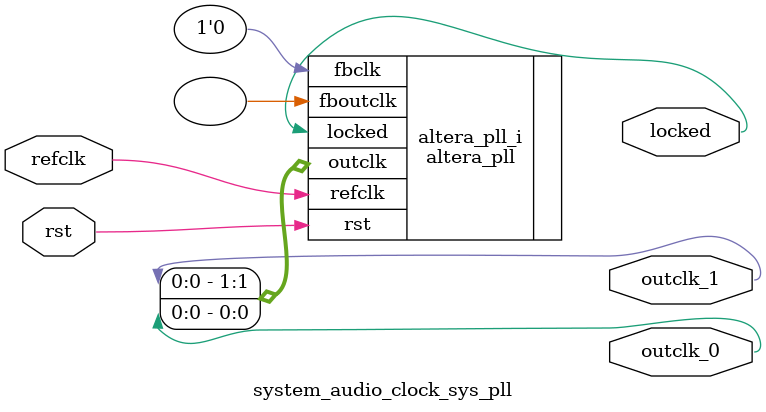
<source format=v>
`timescale 1ns/10ps
module  system_audio_clock_sys_pll(

	// interface 'refclk'
	input wire refclk,

	// interface 'reset'
	input wire rst,

	// interface 'outclk0'
	output wire outclk_0,

	// interface 'outclk1'
	output wire outclk_1,

	// interface 'locked'
	output wire locked
);

	altera_pll #(
		.fractional_vco_multiplier("false"),
		.reference_clock_frequency("50.0 MHz"),
		.operation_mode("direct"),
		.number_of_clocks(2),
		.output_clock_frequency0("12.288135 MHz"),
		.phase_shift0("0 ps"),
		.duty_cycle0(50),
		.output_clock_frequency1("12.288135 MHz"),
		.phase_shift1("-3017 ps"),
		.duty_cycle1(50),
		.output_clock_frequency2("0 MHz"),
		.phase_shift2("0 ps"),
		.duty_cycle2(50),
		.output_clock_frequency3("0 MHz"),
		.phase_shift3("0 ps"),
		.duty_cycle3(50),
		.output_clock_frequency4("0 MHz"),
		.phase_shift4("0 ps"),
		.duty_cycle4(50),
		.output_clock_frequency5("0 MHz"),
		.phase_shift5("0 ps"),
		.duty_cycle5(50),
		.output_clock_frequency6("0 MHz"),
		.phase_shift6("0 ps"),
		.duty_cycle6(50),
		.output_clock_frequency7("0 MHz"),
		.phase_shift7("0 ps"),
		.duty_cycle7(50),
		.output_clock_frequency8("0 MHz"),
		.phase_shift8("0 ps"),
		.duty_cycle8(50),
		.output_clock_frequency9("0 MHz"),
		.phase_shift9("0 ps"),
		.duty_cycle9(50),
		.output_clock_frequency10("0 MHz"),
		.phase_shift10("0 ps"),
		.duty_cycle10(50),
		.output_clock_frequency11("0 MHz"),
		.phase_shift11("0 ps"),
		.duty_cycle11(50),
		.output_clock_frequency12("0 MHz"),
		.phase_shift12("0 ps"),
		.duty_cycle12(50),
		.output_clock_frequency13("0 MHz"),
		.phase_shift13("0 ps"),
		.duty_cycle13(50),
		.output_clock_frequency14("0 MHz"),
		.phase_shift14("0 ps"),
		.duty_cycle14(50),
		.output_clock_frequency15("0 MHz"),
		.phase_shift15("0 ps"),
		.duty_cycle15(50),
		.output_clock_frequency16("0 MHz"),
		.phase_shift16("0 ps"),
		.duty_cycle16(50),
		.output_clock_frequency17("0 MHz"),
		.phase_shift17("0 ps"),
		.duty_cycle17(50),
		.pll_type("General"),
		.pll_subtype("General")
	) altera_pll_i (
		.rst	(rst),
		.outclk	({outclk_1, outclk_0}),
		.locked	(locked),
		.fboutclk	( ),
		.fbclk	(1'b0),
		.refclk	(refclk)
	);
endmodule


</source>
